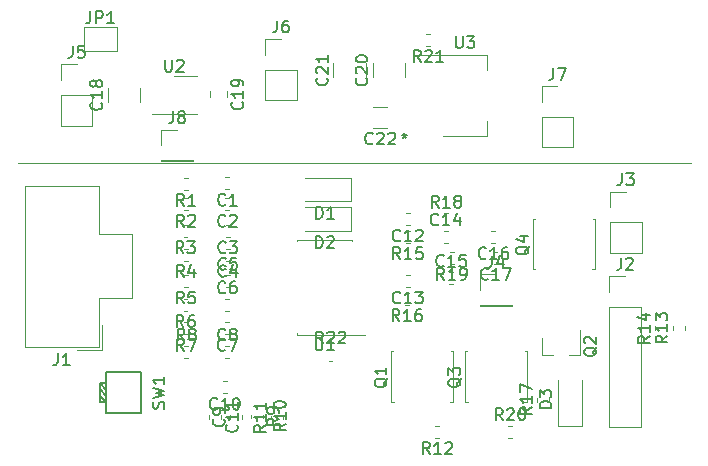
<source format=gto>
G04 #@! TF.GenerationSoftware,KiCad,Pcbnew,5.1.0-unknown-2bcf38d~82~ubuntu18.04.1*
G04 #@! TF.CreationDate,2019-04-22T09:47:57-06:00*
G04 #@! TF.ProjectId,batteryMonitor,62617474-6572-4794-9d6f-6e69746f722e,rev?*
G04 #@! TF.SameCoordinates,Original*
G04 #@! TF.FileFunction,Legend,Top*
G04 #@! TF.FilePolarity,Positive*
%FSLAX46Y46*%
G04 Gerber Fmt 4.6, Leading zero omitted, Abs format (unit mm)*
G04 Created by KiCad (PCBNEW 5.1.0-unknown-2bcf38d~82~ubuntu18.04.1) date 2019-04-22 09:47:57*
%MOMM*%
%LPD*%
G04 APERTURE LIST*
%ADD10C,0.150000*%
%ADD11C,0.120000*%
G04 APERTURE END LIST*
D10*
X123250000Y-67702380D02*
X123250000Y-67940476D01*
X123011904Y-67845238D02*
X123250000Y-67940476D01*
X123488095Y-67845238D01*
X123107142Y-68130952D02*
X123250000Y-67940476D01*
X123392857Y-68130952D01*
D11*
X90500000Y-70250000D02*
X147500000Y-70250000D01*
X94170000Y-61880000D02*
X95500000Y-61880000D01*
X94170000Y-63210000D02*
X94170000Y-61880000D01*
X94170000Y-64480000D02*
X96830000Y-64480000D01*
X96830000Y-64480000D02*
X96830000Y-67080000D01*
X94170000Y-64480000D02*
X94170000Y-67080000D01*
X94170000Y-67080000D02*
X96830000Y-67080000D01*
X100860000Y-65102064D02*
X100860000Y-63897936D01*
X98140000Y-65102064D02*
X98140000Y-63897936D01*
D10*
X97975000Y-90500000D02*
X97475000Y-90000000D01*
X97475000Y-89400000D02*
X97975000Y-90000000D01*
X97475000Y-88900000D02*
X97975000Y-89500000D01*
X97475000Y-90500000D02*
X97975000Y-90500000D01*
X97475000Y-88900000D02*
X97475000Y-90500000D01*
X97975000Y-88900000D02*
X97475000Y-88900000D01*
X97975000Y-87950000D02*
X97975000Y-91450000D01*
X97975000Y-87950000D02*
X100975000Y-87950000D01*
X100975000Y-91450000D02*
X97975000Y-91450000D01*
X100975000Y-87950000D02*
X100975000Y-91450000D01*
D11*
X116837221Y-87010000D02*
X117162779Y-87010000D01*
X116837221Y-85990000D02*
X117162779Y-85990000D01*
X125425279Y-59290000D02*
X125099721Y-59290000D01*
X125425279Y-60310000D02*
X125099721Y-60310000D01*
X118750000Y-73500000D02*
X114850000Y-73500000D01*
X118750000Y-71500000D02*
X114850000Y-71500000D01*
X118750000Y-73500000D02*
X118750000Y-71500000D01*
X108412779Y-74260000D02*
X108087221Y-74260000D01*
X108412779Y-73240000D02*
X108087221Y-73240000D01*
X124262500Y-61140000D02*
X130272500Y-61140000D01*
X126512500Y-67960000D02*
X130272500Y-67960000D01*
X130272500Y-61140000D02*
X130272500Y-62400000D01*
X130272500Y-67960000D02*
X130272500Y-66700000D01*
X121802064Y-65490000D02*
X120597936Y-65490000D01*
X121802064Y-67310000D02*
X120597936Y-67310000D01*
X119960000Y-63002064D02*
X119960000Y-61797936D01*
X117240000Y-63002064D02*
X117240000Y-61797936D01*
X123310000Y-63002064D02*
X123310000Y-61797936D01*
X120590000Y-63002064D02*
X120590000Y-61797936D01*
X102670000Y-67420000D02*
X104000000Y-67420000D01*
X102670000Y-68750000D02*
X102670000Y-67420000D01*
X102670000Y-70020000D02*
X105330000Y-70020000D01*
X105330000Y-70020000D02*
X105330000Y-70080000D01*
X102670000Y-70020000D02*
X102670000Y-70080000D01*
X102670000Y-70080000D02*
X105330000Y-70080000D01*
X97651920Y-86115800D02*
X97651920Y-83985800D01*
X95501920Y-86115800D02*
X97651920Y-86115800D01*
X100211920Y-76275800D02*
X100211920Y-78985800D01*
X97351920Y-76275800D02*
X100211920Y-76275800D01*
X97351920Y-72155800D02*
X97351920Y-76275800D01*
X91151920Y-72155800D02*
X97351920Y-72155800D01*
X91151920Y-78985800D02*
X91151920Y-72155800D01*
X100211920Y-81695800D02*
X100211920Y-78985800D01*
X97351920Y-81695800D02*
X100211920Y-81695800D01*
X97351920Y-85815800D02*
X97351920Y-81695800D01*
X91151920Y-85815800D02*
X97351920Y-85815800D01*
X91151920Y-78985800D02*
X91151920Y-85815800D01*
X101850000Y-66110000D02*
X105650000Y-66110000D01*
X103750000Y-62890000D02*
X105650000Y-62890000D01*
X96100000Y-58750000D02*
X98900000Y-58750000D01*
X98900000Y-58750000D02*
X98900000Y-60750000D01*
X98900000Y-60750000D02*
X96100000Y-60750000D01*
X96100000Y-60750000D02*
X96100000Y-58750000D01*
X134870000Y-63730000D02*
X136200000Y-63730000D01*
X134870000Y-65060000D02*
X134870000Y-63730000D01*
X134870000Y-66330000D02*
X137530000Y-66330000D01*
X137530000Y-66330000D02*
X137530000Y-68930000D01*
X134870000Y-66330000D02*
X134870000Y-68930000D01*
X134870000Y-68930000D02*
X137530000Y-68930000D01*
X111470000Y-59730000D02*
X112800000Y-59730000D01*
X111470000Y-61060000D02*
X111470000Y-59730000D01*
X111470000Y-62330000D02*
X114130000Y-62330000D01*
X114130000Y-62330000D02*
X114130000Y-64930000D01*
X111470000Y-62330000D02*
X111470000Y-64930000D01*
X111470000Y-64930000D02*
X114130000Y-64930000D01*
X108210000Y-64178922D02*
X108210000Y-64696078D01*
X106790000Y-64178922D02*
X106790000Y-64696078D01*
X118825000Y-76725000D02*
X114175000Y-76725000D01*
X119900000Y-84775000D02*
X114175000Y-84775000D01*
X118825000Y-76725000D02*
X118825000Y-76832500D01*
X114175000Y-76725000D02*
X114175000Y-76832500D01*
X114175000Y-84775000D02*
X114175000Y-84667500D01*
X132049721Y-93510000D02*
X132375279Y-93510000D01*
X132049721Y-92490000D02*
X132375279Y-92490000D01*
X127412779Y-77740000D02*
X127087221Y-77740000D01*
X127412779Y-78760000D02*
X127087221Y-78760000D01*
X126624721Y-75510000D02*
X126950279Y-75510000D01*
X126624721Y-74490000D02*
X126950279Y-74490000D01*
X135510000Y-90450279D02*
X135510000Y-90124721D01*
X134490000Y-90450279D02*
X134490000Y-90124721D01*
X123625279Y-81240000D02*
X123299721Y-81240000D01*
X123625279Y-82260000D02*
X123299721Y-82260000D01*
X123700279Y-75990000D02*
X123374721Y-75990000D01*
X123700279Y-77010000D02*
X123374721Y-77010000D01*
X144490000Y-84412779D02*
X144490000Y-84087221D01*
X145510000Y-84412779D02*
X145510000Y-84087221D01*
X145990000Y-84375279D02*
X145990000Y-84049721D01*
X147010000Y-84375279D02*
X147010000Y-84049721D01*
X126200279Y-92490000D02*
X125874721Y-92490000D01*
X126200279Y-93510000D02*
X125874721Y-93510000D01*
X113010000Y-91950279D02*
X113010000Y-91624721D01*
X111990000Y-91950279D02*
X111990000Y-91624721D01*
X110240000Y-91549721D02*
X110240000Y-91875279D01*
X111260000Y-91549721D02*
X111260000Y-91875279D01*
X104624721Y-85740000D02*
X104950279Y-85740000D01*
X104624721Y-86760000D02*
X104950279Y-86760000D01*
X104912779Y-84760000D02*
X104587221Y-84760000D01*
X104912779Y-83740000D02*
X104587221Y-83740000D01*
X104875279Y-82760000D02*
X104549721Y-82760000D01*
X104875279Y-81740000D02*
X104549721Y-81740000D01*
X104912779Y-80760000D02*
X104587221Y-80760000D01*
X104912779Y-79740000D02*
X104587221Y-79740000D01*
X104912779Y-78510000D02*
X104587221Y-78510000D01*
X104912779Y-77490000D02*
X104587221Y-77490000D01*
X104875279Y-76510000D02*
X104549721Y-76510000D01*
X104875279Y-75490000D02*
X104549721Y-75490000D01*
X104912779Y-74260000D02*
X104587221Y-74260000D01*
X104912779Y-73240000D02*
X104587221Y-73240000D01*
X104912779Y-72510000D02*
X104587221Y-72510000D01*
X104912779Y-71490000D02*
X104587221Y-71490000D01*
X139150000Y-79250000D02*
X139350000Y-79250000D01*
X139350000Y-79250000D02*
X139350000Y-74950000D01*
X139350000Y-74950000D02*
X139200000Y-74950000D01*
X134300000Y-74950000D02*
X134150000Y-74950000D01*
X134150000Y-74950000D02*
X134150000Y-79250000D01*
X134150000Y-79250000D02*
X134350000Y-79250000D01*
X133400000Y-90450000D02*
X133600000Y-90450000D01*
X133600000Y-90450000D02*
X133600000Y-86150000D01*
X133600000Y-86150000D02*
X133450000Y-86150000D01*
X128550000Y-86150000D02*
X128400000Y-86150000D01*
X128400000Y-86150000D02*
X128400000Y-90450000D01*
X128400000Y-90450000D02*
X128600000Y-90450000D01*
X134920000Y-86510000D02*
X134920000Y-85050000D01*
X138080000Y-86510000D02*
X138080000Y-84350000D01*
X138080000Y-86510000D02*
X137150000Y-86510000D01*
X134920000Y-86510000D02*
X135850000Y-86510000D01*
X127150000Y-90450000D02*
X127350000Y-90450000D01*
X127350000Y-90450000D02*
X127350000Y-86150000D01*
X127350000Y-86150000D02*
X127200000Y-86150000D01*
X122300000Y-86150000D02*
X122150000Y-86150000D01*
X122150000Y-86150000D02*
X122150000Y-90450000D01*
X122150000Y-90450000D02*
X122350000Y-90450000D01*
X129670000Y-79670000D02*
X131000000Y-79670000D01*
X129670000Y-81000000D02*
X129670000Y-79670000D01*
X129670000Y-82270000D02*
X132330000Y-82270000D01*
X132330000Y-82270000D02*
X132330000Y-82330000D01*
X129670000Y-82270000D02*
X129670000Y-82330000D01*
X129670000Y-82330000D02*
X132330000Y-82330000D01*
X140670000Y-77870000D02*
X143330000Y-77870000D01*
X140670000Y-75270000D02*
X140670000Y-77870000D01*
X143330000Y-75270000D02*
X143330000Y-77870000D01*
X140670000Y-75270000D02*
X143330000Y-75270000D01*
X140670000Y-74000000D02*
X140670000Y-72670000D01*
X140670000Y-72670000D02*
X142000000Y-72670000D01*
X140601080Y-92631880D02*
X143261080Y-92631880D01*
X140601080Y-82411880D02*
X140601080Y-92631880D01*
X143261080Y-82411880D02*
X143261080Y-92631880D01*
X140601080Y-82411880D02*
X143261080Y-82411880D01*
X140601080Y-81141880D02*
X140601080Y-79811880D01*
X140601080Y-79811880D02*
X141931080Y-79811880D01*
X136250000Y-92500000D02*
X136250000Y-88600000D01*
X138250000Y-92500000D02*
X138250000Y-88600000D01*
X136250000Y-92500000D02*
X138250000Y-92500000D01*
X118750000Y-76000000D02*
X114850000Y-76000000D01*
X118750000Y-74000000D02*
X114850000Y-74000000D01*
X118750000Y-76000000D02*
X118750000Y-74000000D01*
X131125279Y-77740000D02*
X130799721Y-77740000D01*
X131125279Y-78760000D02*
X130799721Y-78760000D01*
X130950279Y-75990000D02*
X130624721Y-75990000D01*
X130950279Y-77010000D02*
X130624721Y-77010000D01*
X127049721Y-80510000D02*
X127375279Y-80510000D01*
X127049721Y-79490000D02*
X127375279Y-79490000D01*
X126587221Y-77010000D02*
X126912779Y-77010000D01*
X126587221Y-75990000D02*
X126912779Y-75990000D01*
X123700279Y-79740000D02*
X123374721Y-79740000D01*
X123700279Y-80760000D02*
X123374721Y-80760000D01*
X123700279Y-74490000D02*
X123374721Y-74490000D01*
X123700279Y-75510000D02*
X123374721Y-75510000D01*
X106740000Y-91587221D02*
X106740000Y-91912779D01*
X107760000Y-91587221D02*
X107760000Y-91912779D01*
X108200279Y-89760000D02*
X107874721Y-89760000D01*
X108200279Y-88740000D02*
X107874721Y-88740000D01*
X109520780Y-91917539D02*
X109520780Y-91591981D01*
X108500780Y-91917539D02*
X108500780Y-91591981D01*
X108087221Y-85740000D02*
X108412779Y-85740000D01*
X108087221Y-86760000D02*
X108412779Y-86760000D01*
X108375279Y-84760000D02*
X108049721Y-84760000D01*
X108375279Y-83740000D02*
X108049721Y-83740000D01*
X108087221Y-81740000D02*
X108412779Y-81740000D01*
X108087221Y-82760000D02*
X108412779Y-82760000D01*
X108124721Y-79740000D02*
X108450279Y-79740000D01*
X108124721Y-80760000D02*
X108450279Y-80760000D01*
X108450279Y-78510000D02*
X108124721Y-78510000D01*
X108450279Y-77490000D02*
X108124721Y-77490000D01*
X108450279Y-76510000D02*
X108124721Y-76510000D01*
X108450279Y-75490000D02*
X108124721Y-75490000D01*
X108412779Y-72472500D02*
X108087221Y-72472500D01*
X108412779Y-71452500D02*
X108087221Y-71452500D01*
D10*
X95166666Y-60332380D02*
X95166666Y-61046666D01*
X95119047Y-61189523D01*
X95023809Y-61284761D01*
X94880952Y-61332380D01*
X94785714Y-61332380D01*
X96119047Y-60332380D02*
X95642857Y-60332380D01*
X95595238Y-60808571D01*
X95642857Y-60760952D01*
X95738095Y-60713333D01*
X95976190Y-60713333D01*
X96071428Y-60760952D01*
X96119047Y-60808571D01*
X96166666Y-60903809D01*
X96166666Y-61141904D01*
X96119047Y-61237142D01*
X96071428Y-61284761D01*
X95976190Y-61332380D01*
X95738095Y-61332380D01*
X95642857Y-61284761D01*
X95595238Y-61237142D01*
X97577142Y-65142857D02*
X97624761Y-65190476D01*
X97672380Y-65333333D01*
X97672380Y-65428571D01*
X97624761Y-65571428D01*
X97529523Y-65666666D01*
X97434285Y-65714285D01*
X97243809Y-65761904D01*
X97100952Y-65761904D01*
X96910476Y-65714285D01*
X96815238Y-65666666D01*
X96720000Y-65571428D01*
X96672380Y-65428571D01*
X96672380Y-65333333D01*
X96720000Y-65190476D01*
X96767619Y-65142857D01*
X97672380Y-64190476D02*
X97672380Y-64761904D01*
X97672380Y-64476190D02*
X96672380Y-64476190D01*
X96815238Y-64571428D01*
X96910476Y-64666666D01*
X96958095Y-64761904D01*
X97100952Y-63619047D02*
X97053333Y-63714285D01*
X97005714Y-63761904D01*
X96910476Y-63809523D01*
X96862857Y-63809523D01*
X96767619Y-63761904D01*
X96720000Y-63714285D01*
X96672380Y-63619047D01*
X96672380Y-63428571D01*
X96720000Y-63333333D01*
X96767619Y-63285714D01*
X96862857Y-63238095D01*
X96910476Y-63238095D01*
X97005714Y-63285714D01*
X97053333Y-63333333D01*
X97100952Y-63428571D01*
X97100952Y-63619047D01*
X97148571Y-63714285D01*
X97196190Y-63761904D01*
X97291428Y-63809523D01*
X97481904Y-63809523D01*
X97577142Y-63761904D01*
X97624761Y-63714285D01*
X97672380Y-63619047D01*
X97672380Y-63428571D01*
X97624761Y-63333333D01*
X97577142Y-63285714D01*
X97481904Y-63238095D01*
X97291428Y-63238095D01*
X97196190Y-63285714D01*
X97148571Y-63333333D01*
X97100952Y-63428571D01*
X102879761Y-91033333D02*
X102927380Y-90890476D01*
X102927380Y-90652380D01*
X102879761Y-90557142D01*
X102832142Y-90509523D01*
X102736904Y-90461904D01*
X102641666Y-90461904D01*
X102546428Y-90509523D01*
X102498809Y-90557142D01*
X102451190Y-90652380D01*
X102403571Y-90842857D01*
X102355952Y-90938095D01*
X102308333Y-90985714D01*
X102213095Y-91033333D01*
X102117857Y-91033333D01*
X102022619Y-90985714D01*
X101975000Y-90938095D01*
X101927380Y-90842857D01*
X101927380Y-90604761D01*
X101975000Y-90461904D01*
X101927380Y-90128571D02*
X102927380Y-89890476D01*
X102213095Y-89700000D01*
X102927380Y-89509523D01*
X101927380Y-89271428D01*
X102927380Y-88366666D02*
X102927380Y-88938095D01*
X102927380Y-88652380D02*
X101927380Y-88652380D01*
X102070238Y-88747619D01*
X102165476Y-88842857D01*
X102213095Y-88938095D01*
X116357142Y-85522380D02*
X116023809Y-85046190D01*
X115785714Y-85522380D02*
X115785714Y-84522380D01*
X116166666Y-84522380D01*
X116261904Y-84570000D01*
X116309523Y-84617619D01*
X116357142Y-84712857D01*
X116357142Y-84855714D01*
X116309523Y-84950952D01*
X116261904Y-84998571D01*
X116166666Y-85046190D01*
X115785714Y-85046190D01*
X116738095Y-84617619D02*
X116785714Y-84570000D01*
X116880952Y-84522380D01*
X117119047Y-84522380D01*
X117214285Y-84570000D01*
X117261904Y-84617619D01*
X117309523Y-84712857D01*
X117309523Y-84808095D01*
X117261904Y-84950952D01*
X116690476Y-85522380D01*
X117309523Y-85522380D01*
X117690476Y-84617619D02*
X117738095Y-84570000D01*
X117833333Y-84522380D01*
X118071428Y-84522380D01*
X118166666Y-84570000D01*
X118214285Y-84617619D01*
X118261904Y-84712857D01*
X118261904Y-84808095D01*
X118214285Y-84950952D01*
X117642857Y-85522380D01*
X118261904Y-85522380D01*
X124619642Y-61682380D02*
X124286309Y-61206190D01*
X124048214Y-61682380D02*
X124048214Y-60682380D01*
X124429166Y-60682380D01*
X124524404Y-60730000D01*
X124572023Y-60777619D01*
X124619642Y-60872857D01*
X124619642Y-61015714D01*
X124572023Y-61110952D01*
X124524404Y-61158571D01*
X124429166Y-61206190D01*
X124048214Y-61206190D01*
X125000595Y-60777619D02*
X125048214Y-60730000D01*
X125143452Y-60682380D01*
X125381547Y-60682380D01*
X125476785Y-60730000D01*
X125524404Y-60777619D01*
X125572023Y-60872857D01*
X125572023Y-60968095D01*
X125524404Y-61110952D01*
X124952976Y-61682380D01*
X125572023Y-61682380D01*
X126524404Y-61682380D02*
X125952976Y-61682380D01*
X126238690Y-61682380D02*
X126238690Y-60682380D01*
X126143452Y-60825238D01*
X126048214Y-60920476D01*
X125952976Y-60968095D01*
X115761904Y-74952380D02*
X115761904Y-73952380D01*
X116000000Y-73952380D01*
X116142857Y-74000000D01*
X116238095Y-74095238D01*
X116285714Y-74190476D01*
X116333333Y-74380952D01*
X116333333Y-74523809D01*
X116285714Y-74714285D01*
X116238095Y-74809523D01*
X116142857Y-74904761D01*
X116000000Y-74952380D01*
X115761904Y-74952380D01*
X117285714Y-74952380D02*
X116714285Y-74952380D01*
X117000000Y-74952380D02*
X117000000Y-73952380D01*
X116904761Y-74095238D01*
X116809523Y-74190476D01*
X116714285Y-74238095D01*
X108083333Y-75537142D02*
X108035714Y-75584761D01*
X107892857Y-75632380D01*
X107797619Y-75632380D01*
X107654761Y-75584761D01*
X107559523Y-75489523D01*
X107511904Y-75394285D01*
X107464285Y-75203809D01*
X107464285Y-75060952D01*
X107511904Y-74870476D01*
X107559523Y-74775238D01*
X107654761Y-74680000D01*
X107797619Y-74632380D01*
X107892857Y-74632380D01*
X108035714Y-74680000D01*
X108083333Y-74727619D01*
X108464285Y-74727619D02*
X108511904Y-74680000D01*
X108607142Y-74632380D01*
X108845238Y-74632380D01*
X108940476Y-74680000D01*
X108988095Y-74727619D01*
X109035714Y-74822857D01*
X109035714Y-74918095D01*
X108988095Y-75060952D01*
X108416666Y-75632380D01*
X109035714Y-75632380D01*
X127600595Y-59502380D02*
X127600595Y-60311904D01*
X127648214Y-60407142D01*
X127695833Y-60454761D01*
X127791071Y-60502380D01*
X127981547Y-60502380D01*
X128076785Y-60454761D01*
X128124404Y-60407142D01*
X128172023Y-60311904D01*
X128172023Y-59502380D01*
X128552976Y-59502380D02*
X129172023Y-59502380D01*
X128838690Y-59883333D01*
X128981547Y-59883333D01*
X129076785Y-59930952D01*
X129124404Y-59978571D01*
X129172023Y-60073809D01*
X129172023Y-60311904D01*
X129124404Y-60407142D01*
X129076785Y-60454761D01*
X128981547Y-60502380D01*
X128695833Y-60502380D01*
X128600595Y-60454761D01*
X128552976Y-60407142D01*
X120557142Y-68577142D02*
X120509523Y-68624761D01*
X120366666Y-68672380D01*
X120271428Y-68672380D01*
X120128571Y-68624761D01*
X120033333Y-68529523D01*
X119985714Y-68434285D01*
X119938095Y-68243809D01*
X119938095Y-68100952D01*
X119985714Y-67910476D01*
X120033333Y-67815238D01*
X120128571Y-67720000D01*
X120271428Y-67672380D01*
X120366666Y-67672380D01*
X120509523Y-67720000D01*
X120557142Y-67767619D01*
X120938095Y-67767619D02*
X120985714Y-67720000D01*
X121080952Y-67672380D01*
X121319047Y-67672380D01*
X121414285Y-67720000D01*
X121461904Y-67767619D01*
X121509523Y-67862857D01*
X121509523Y-67958095D01*
X121461904Y-68100952D01*
X120890476Y-68672380D01*
X121509523Y-68672380D01*
X121890476Y-67767619D02*
X121938095Y-67720000D01*
X122033333Y-67672380D01*
X122271428Y-67672380D01*
X122366666Y-67720000D01*
X122414285Y-67767619D01*
X122461904Y-67862857D01*
X122461904Y-67958095D01*
X122414285Y-68100952D01*
X121842857Y-68672380D01*
X122461904Y-68672380D01*
X116677142Y-63042857D02*
X116724761Y-63090476D01*
X116772380Y-63233333D01*
X116772380Y-63328571D01*
X116724761Y-63471428D01*
X116629523Y-63566666D01*
X116534285Y-63614285D01*
X116343809Y-63661904D01*
X116200952Y-63661904D01*
X116010476Y-63614285D01*
X115915238Y-63566666D01*
X115820000Y-63471428D01*
X115772380Y-63328571D01*
X115772380Y-63233333D01*
X115820000Y-63090476D01*
X115867619Y-63042857D01*
X115867619Y-62661904D02*
X115820000Y-62614285D01*
X115772380Y-62519047D01*
X115772380Y-62280952D01*
X115820000Y-62185714D01*
X115867619Y-62138095D01*
X115962857Y-62090476D01*
X116058095Y-62090476D01*
X116200952Y-62138095D01*
X116772380Y-62709523D01*
X116772380Y-62090476D01*
X116772380Y-61138095D02*
X116772380Y-61709523D01*
X116772380Y-61423809D02*
X115772380Y-61423809D01*
X115915238Y-61519047D01*
X116010476Y-61614285D01*
X116058095Y-61709523D01*
X120027142Y-63042857D02*
X120074761Y-63090476D01*
X120122380Y-63233333D01*
X120122380Y-63328571D01*
X120074761Y-63471428D01*
X119979523Y-63566666D01*
X119884285Y-63614285D01*
X119693809Y-63661904D01*
X119550952Y-63661904D01*
X119360476Y-63614285D01*
X119265238Y-63566666D01*
X119170000Y-63471428D01*
X119122380Y-63328571D01*
X119122380Y-63233333D01*
X119170000Y-63090476D01*
X119217619Y-63042857D01*
X119217619Y-62661904D02*
X119170000Y-62614285D01*
X119122380Y-62519047D01*
X119122380Y-62280952D01*
X119170000Y-62185714D01*
X119217619Y-62138095D01*
X119312857Y-62090476D01*
X119408095Y-62090476D01*
X119550952Y-62138095D01*
X120122380Y-62709523D01*
X120122380Y-62090476D01*
X119122380Y-61471428D02*
X119122380Y-61376190D01*
X119170000Y-61280952D01*
X119217619Y-61233333D01*
X119312857Y-61185714D01*
X119503333Y-61138095D01*
X119741428Y-61138095D01*
X119931904Y-61185714D01*
X120027142Y-61233333D01*
X120074761Y-61280952D01*
X120122380Y-61376190D01*
X120122380Y-61471428D01*
X120074761Y-61566666D01*
X120027142Y-61614285D01*
X119931904Y-61661904D01*
X119741428Y-61709523D01*
X119503333Y-61709523D01*
X119312857Y-61661904D01*
X119217619Y-61614285D01*
X119170000Y-61566666D01*
X119122380Y-61471428D01*
X103666666Y-65872380D02*
X103666666Y-66586666D01*
X103619047Y-66729523D01*
X103523809Y-66824761D01*
X103380952Y-66872380D01*
X103285714Y-66872380D01*
X104285714Y-66300952D02*
X104190476Y-66253333D01*
X104142857Y-66205714D01*
X104095238Y-66110476D01*
X104095238Y-66062857D01*
X104142857Y-65967619D01*
X104190476Y-65920000D01*
X104285714Y-65872380D01*
X104476190Y-65872380D01*
X104571428Y-65920000D01*
X104619047Y-65967619D01*
X104666666Y-66062857D01*
X104666666Y-66110476D01*
X104619047Y-66205714D01*
X104571428Y-66253333D01*
X104476190Y-66300952D01*
X104285714Y-66300952D01*
X104190476Y-66348571D01*
X104142857Y-66396190D01*
X104095238Y-66491428D01*
X104095238Y-66681904D01*
X104142857Y-66777142D01*
X104190476Y-66824761D01*
X104285714Y-66872380D01*
X104476190Y-66872380D01*
X104571428Y-66824761D01*
X104619047Y-66777142D01*
X104666666Y-66681904D01*
X104666666Y-66491428D01*
X104619047Y-66396190D01*
X104571428Y-66348571D01*
X104476190Y-66300952D01*
X93918586Y-86358180D02*
X93918586Y-87072466D01*
X93870967Y-87215323D01*
X93775729Y-87310561D01*
X93632872Y-87358180D01*
X93537634Y-87358180D01*
X94918586Y-87358180D02*
X94347158Y-87358180D01*
X94632872Y-87358180D02*
X94632872Y-86358180D01*
X94537634Y-86501038D01*
X94442396Y-86596276D01*
X94347158Y-86643895D01*
X102988095Y-61502380D02*
X102988095Y-62311904D01*
X103035714Y-62407142D01*
X103083333Y-62454761D01*
X103178571Y-62502380D01*
X103369047Y-62502380D01*
X103464285Y-62454761D01*
X103511904Y-62407142D01*
X103559523Y-62311904D01*
X103559523Y-61502380D01*
X103988095Y-61597619D02*
X104035714Y-61550000D01*
X104130952Y-61502380D01*
X104369047Y-61502380D01*
X104464285Y-61550000D01*
X104511904Y-61597619D01*
X104559523Y-61692857D01*
X104559523Y-61788095D01*
X104511904Y-61930952D01*
X103940476Y-62502380D01*
X104559523Y-62502380D01*
X96666666Y-57402380D02*
X96666666Y-58116666D01*
X96619047Y-58259523D01*
X96523809Y-58354761D01*
X96380952Y-58402380D01*
X96285714Y-58402380D01*
X97142857Y-58402380D02*
X97142857Y-57402380D01*
X97523809Y-57402380D01*
X97619047Y-57450000D01*
X97666666Y-57497619D01*
X97714285Y-57592857D01*
X97714285Y-57735714D01*
X97666666Y-57830952D01*
X97619047Y-57878571D01*
X97523809Y-57926190D01*
X97142857Y-57926190D01*
X98666666Y-58402380D02*
X98095238Y-58402380D01*
X98380952Y-58402380D02*
X98380952Y-57402380D01*
X98285714Y-57545238D01*
X98190476Y-57640476D01*
X98095238Y-57688095D01*
X135866666Y-62182380D02*
X135866666Y-62896666D01*
X135819047Y-63039523D01*
X135723809Y-63134761D01*
X135580952Y-63182380D01*
X135485714Y-63182380D01*
X136247619Y-62182380D02*
X136914285Y-62182380D01*
X136485714Y-63182380D01*
X112466666Y-58182380D02*
X112466666Y-58896666D01*
X112419047Y-59039523D01*
X112323809Y-59134761D01*
X112180952Y-59182380D01*
X112085714Y-59182380D01*
X113371428Y-58182380D02*
X113180952Y-58182380D01*
X113085714Y-58230000D01*
X113038095Y-58277619D01*
X112942857Y-58420476D01*
X112895238Y-58610952D01*
X112895238Y-58991904D01*
X112942857Y-59087142D01*
X112990476Y-59134761D01*
X113085714Y-59182380D01*
X113276190Y-59182380D01*
X113371428Y-59134761D01*
X113419047Y-59087142D01*
X113466666Y-58991904D01*
X113466666Y-58753809D01*
X113419047Y-58658571D01*
X113371428Y-58610952D01*
X113276190Y-58563333D01*
X113085714Y-58563333D01*
X112990476Y-58610952D01*
X112942857Y-58658571D01*
X112895238Y-58753809D01*
X109507142Y-65080357D02*
X109554761Y-65127976D01*
X109602380Y-65270833D01*
X109602380Y-65366071D01*
X109554761Y-65508928D01*
X109459523Y-65604166D01*
X109364285Y-65651785D01*
X109173809Y-65699404D01*
X109030952Y-65699404D01*
X108840476Y-65651785D01*
X108745238Y-65604166D01*
X108650000Y-65508928D01*
X108602380Y-65366071D01*
X108602380Y-65270833D01*
X108650000Y-65127976D01*
X108697619Y-65080357D01*
X109602380Y-64127976D02*
X109602380Y-64699404D01*
X109602380Y-64413690D02*
X108602380Y-64413690D01*
X108745238Y-64508928D01*
X108840476Y-64604166D01*
X108888095Y-64699404D01*
X109602380Y-63651785D02*
X109602380Y-63461309D01*
X109554761Y-63366071D01*
X109507142Y-63318452D01*
X109364285Y-63223214D01*
X109173809Y-63175595D01*
X108792857Y-63175595D01*
X108697619Y-63223214D01*
X108650000Y-63270833D01*
X108602380Y-63366071D01*
X108602380Y-63556547D01*
X108650000Y-63651785D01*
X108697619Y-63699404D01*
X108792857Y-63747023D01*
X109030952Y-63747023D01*
X109126190Y-63699404D01*
X109173809Y-63651785D01*
X109221428Y-63556547D01*
X109221428Y-63366071D01*
X109173809Y-63270833D01*
X109126190Y-63223214D01*
X109030952Y-63175595D01*
X113202380Y-92301137D02*
X112726190Y-92634470D01*
X113202380Y-92872565D02*
X112202380Y-92872565D01*
X112202380Y-92491613D01*
X112250000Y-92396375D01*
X112297619Y-92348756D01*
X112392857Y-92301137D01*
X112535714Y-92301137D01*
X112630952Y-92348756D01*
X112678571Y-92396375D01*
X112726190Y-92491613D01*
X112726190Y-92872565D01*
X113202380Y-91348756D02*
X113202380Y-91920184D01*
X113202380Y-91634470D02*
X112202380Y-91634470D01*
X112345238Y-91729708D01*
X112440476Y-91824946D01*
X112488095Y-91920184D01*
X112202380Y-90729708D02*
X112202380Y-90634470D01*
X112250000Y-90539232D01*
X112297619Y-90491613D01*
X112392857Y-90443994D01*
X112583333Y-90396375D01*
X112821428Y-90396375D01*
X113011904Y-90443994D01*
X113107142Y-90491613D01*
X113154761Y-90539232D01*
X113202380Y-90634470D01*
X113202380Y-90729708D01*
X113154761Y-90824946D01*
X113107142Y-90872565D01*
X113011904Y-90920184D01*
X112821428Y-90967803D01*
X112583333Y-90967803D01*
X112392857Y-90920184D01*
X112297619Y-90872565D01*
X112250000Y-90824946D01*
X112202380Y-90729708D01*
X115738095Y-85102380D02*
X115738095Y-85911904D01*
X115785714Y-86007142D01*
X115833333Y-86054761D01*
X115928571Y-86102380D01*
X116119047Y-86102380D01*
X116214285Y-86054761D01*
X116261904Y-86007142D01*
X116309523Y-85911904D01*
X116309523Y-85102380D01*
X117309523Y-86102380D02*
X116738095Y-86102380D01*
X117023809Y-86102380D02*
X117023809Y-85102380D01*
X116928571Y-85245238D01*
X116833333Y-85340476D01*
X116738095Y-85388095D01*
X131569642Y-92022380D02*
X131236309Y-91546190D01*
X130998214Y-92022380D02*
X130998214Y-91022380D01*
X131379166Y-91022380D01*
X131474404Y-91070000D01*
X131522023Y-91117619D01*
X131569642Y-91212857D01*
X131569642Y-91355714D01*
X131522023Y-91450952D01*
X131474404Y-91498571D01*
X131379166Y-91546190D01*
X130998214Y-91546190D01*
X131950595Y-91117619D02*
X131998214Y-91070000D01*
X132093452Y-91022380D01*
X132331547Y-91022380D01*
X132426785Y-91070000D01*
X132474404Y-91117619D01*
X132522023Y-91212857D01*
X132522023Y-91308095D01*
X132474404Y-91450952D01*
X131902976Y-92022380D01*
X132522023Y-92022380D01*
X133141071Y-91022380D02*
X133236309Y-91022380D01*
X133331547Y-91070000D01*
X133379166Y-91117619D01*
X133426785Y-91212857D01*
X133474404Y-91403333D01*
X133474404Y-91641428D01*
X133426785Y-91831904D01*
X133379166Y-91927142D01*
X133331547Y-91974761D01*
X133236309Y-92022380D01*
X133141071Y-92022380D01*
X133045833Y-91974761D01*
X132998214Y-91927142D01*
X132950595Y-91831904D01*
X132902976Y-91641428D01*
X132902976Y-91403333D01*
X132950595Y-91212857D01*
X132998214Y-91117619D01*
X133045833Y-91070000D01*
X133141071Y-91022380D01*
X126607142Y-80132380D02*
X126273809Y-79656190D01*
X126035714Y-80132380D02*
X126035714Y-79132380D01*
X126416666Y-79132380D01*
X126511904Y-79180000D01*
X126559523Y-79227619D01*
X126607142Y-79322857D01*
X126607142Y-79465714D01*
X126559523Y-79560952D01*
X126511904Y-79608571D01*
X126416666Y-79656190D01*
X126035714Y-79656190D01*
X127559523Y-80132380D02*
X126988095Y-80132380D01*
X127273809Y-80132380D02*
X127273809Y-79132380D01*
X127178571Y-79275238D01*
X127083333Y-79370476D01*
X126988095Y-79418095D01*
X128035714Y-80132380D02*
X128226190Y-80132380D01*
X128321428Y-80084761D01*
X128369047Y-80037142D01*
X128464285Y-79894285D01*
X128511904Y-79703809D01*
X128511904Y-79322857D01*
X128464285Y-79227619D01*
X128416666Y-79180000D01*
X128321428Y-79132380D01*
X128130952Y-79132380D01*
X128035714Y-79180000D01*
X127988095Y-79227619D01*
X127940476Y-79322857D01*
X127940476Y-79560952D01*
X127988095Y-79656190D01*
X128035714Y-79703809D01*
X128130952Y-79751428D01*
X128321428Y-79751428D01*
X128416666Y-79703809D01*
X128464285Y-79656190D01*
X128511904Y-79560952D01*
X126144642Y-74022380D02*
X125811309Y-73546190D01*
X125573214Y-74022380D02*
X125573214Y-73022380D01*
X125954166Y-73022380D01*
X126049404Y-73070000D01*
X126097023Y-73117619D01*
X126144642Y-73212857D01*
X126144642Y-73355714D01*
X126097023Y-73450952D01*
X126049404Y-73498571D01*
X125954166Y-73546190D01*
X125573214Y-73546190D01*
X127097023Y-74022380D02*
X126525595Y-74022380D01*
X126811309Y-74022380D02*
X126811309Y-73022380D01*
X126716071Y-73165238D01*
X126620833Y-73260476D01*
X126525595Y-73308095D01*
X127668452Y-73450952D02*
X127573214Y-73403333D01*
X127525595Y-73355714D01*
X127477976Y-73260476D01*
X127477976Y-73212857D01*
X127525595Y-73117619D01*
X127573214Y-73070000D01*
X127668452Y-73022380D01*
X127858928Y-73022380D01*
X127954166Y-73070000D01*
X128001785Y-73117619D01*
X128049404Y-73212857D01*
X128049404Y-73260476D01*
X128001785Y-73355714D01*
X127954166Y-73403333D01*
X127858928Y-73450952D01*
X127668452Y-73450952D01*
X127573214Y-73498571D01*
X127525595Y-73546190D01*
X127477976Y-73641428D01*
X127477976Y-73831904D01*
X127525595Y-73927142D01*
X127573214Y-73974761D01*
X127668452Y-74022380D01*
X127858928Y-74022380D01*
X127954166Y-73974761D01*
X128001785Y-73927142D01*
X128049404Y-73831904D01*
X128049404Y-73641428D01*
X128001785Y-73546190D01*
X127954166Y-73498571D01*
X127858928Y-73450952D01*
X134022380Y-90930357D02*
X133546190Y-91263690D01*
X134022380Y-91501785D02*
X133022380Y-91501785D01*
X133022380Y-91120833D01*
X133070000Y-91025595D01*
X133117619Y-90977976D01*
X133212857Y-90930357D01*
X133355714Y-90930357D01*
X133450952Y-90977976D01*
X133498571Y-91025595D01*
X133546190Y-91120833D01*
X133546190Y-91501785D01*
X134022380Y-89977976D02*
X134022380Y-90549404D01*
X134022380Y-90263690D02*
X133022380Y-90263690D01*
X133165238Y-90358928D01*
X133260476Y-90454166D01*
X133308095Y-90549404D01*
X133022380Y-89644642D02*
X133022380Y-88977976D01*
X134022380Y-89406547D01*
X122819642Y-83632380D02*
X122486309Y-83156190D01*
X122248214Y-83632380D02*
X122248214Y-82632380D01*
X122629166Y-82632380D01*
X122724404Y-82680000D01*
X122772023Y-82727619D01*
X122819642Y-82822857D01*
X122819642Y-82965714D01*
X122772023Y-83060952D01*
X122724404Y-83108571D01*
X122629166Y-83156190D01*
X122248214Y-83156190D01*
X123772023Y-83632380D02*
X123200595Y-83632380D01*
X123486309Y-83632380D02*
X123486309Y-82632380D01*
X123391071Y-82775238D01*
X123295833Y-82870476D01*
X123200595Y-82918095D01*
X124629166Y-82632380D02*
X124438690Y-82632380D01*
X124343452Y-82680000D01*
X124295833Y-82727619D01*
X124200595Y-82870476D01*
X124152976Y-83060952D01*
X124152976Y-83441904D01*
X124200595Y-83537142D01*
X124248214Y-83584761D01*
X124343452Y-83632380D01*
X124533928Y-83632380D01*
X124629166Y-83584761D01*
X124676785Y-83537142D01*
X124724404Y-83441904D01*
X124724404Y-83203809D01*
X124676785Y-83108571D01*
X124629166Y-83060952D01*
X124533928Y-83013333D01*
X124343452Y-83013333D01*
X124248214Y-83060952D01*
X124200595Y-83108571D01*
X124152976Y-83203809D01*
X122894642Y-78382380D02*
X122561309Y-77906190D01*
X122323214Y-78382380D02*
X122323214Y-77382380D01*
X122704166Y-77382380D01*
X122799404Y-77430000D01*
X122847023Y-77477619D01*
X122894642Y-77572857D01*
X122894642Y-77715714D01*
X122847023Y-77810952D01*
X122799404Y-77858571D01*
X122704166Y-77906190D01*
X122323214Y-77906190D01*
X123847023Y-78382380D02*
X123275595Y-78382380D01*
X123561309Y-78382380D02*
X123561309Y-77382380D01*
X123466071Y-77525238D01*
X123370833Y-77620476D01*
X123275595Y-77668095D01*
X124751785Y-77382380D02*
X124275595Y-77382380D01*
X124227976Y-77858571D01*
X124275595Y-77810952D01*
X124370833Y-77763333D01*
X124608928Y-77763333D01*
X124704166Y-77810952D01*
X124751785Y-77858571D01*
X124799404Y-77953809D01*
X124799404Y-78191904D01*
X124751785Y-78287142D01*
X124704166Y-78334761D01*
X124608928Y-78382380D01*
X124370833Y-78382380D01*
X124275595Y-78334761D01*
X124227976Y-78287142D01*
X144022380Y-84892857D02*
X143546190Y-85226190D01*
X144022380Y-85464285D02*
X143022380Y-85464285D01*
X143022380Y-85083333D01*
X143070000Y-84988095D01*
X143117619Y-84940476D01*
X143212857Y-84892857D01*
X143355714Y-84892857D01*
X143450952Y-84940476D01*
X143498571Y-84988095D01*
X143546190Y-85083333D01*
X143546190Y-85464285D01*
X144022380Y-83940476D02*
X144022380Y-84511904D01*
X144022380Y-84226190D02*
X143022380Y-84226190D01*
X143165238Y-84321428D01*
X143260476Y-84416666D01*
X143308095Y-84511904D01*
X143355714Y-83083333D02*
X144022380Y-83083333D01*
X142974761Y-83321428D02*
X143689047Y-83559523D01*
X143689047Y-82940476D01*
X145522380Y-84855357D02*
X145046190Y-85188690D01*
X145522380Y-85426785D02*
X144522380Y-85426785D01*
X144522380Y-85045833D01*
X144570000Y-84950595D01*
X144617619Y-84902976D01*
X144712857Y-84855357D01*
X144855714Y-84855357D01*
X144950952Y-84902976D01*
X144998571Y-84950595D01*
X145046190Y-85045833D01*
X145046190Y-85426785D01*
X145522380Y-83902976D02*
X145522380Y-84474404D01*
X145522380Y-84188690D02*
X144522380Y-84188690D01*
X144665238Y-84283928D01*
X144760476Y-84379166D01*
X144808095Y-84474404D01*
X144522380Y-83569642D02*
X144522380Y-82950595D01*
X144903333Y-83283928D01*
X144903333Y-83141071D01*
X144950952Y-83045833D01*
X144998571Y-82998214D01*
X145093809Y-82950595D01*
X145331904Y-82950595D01*
X145427142Y-82998214D01*
X145474761Y-83045833D01*
X145522380Y-83141071D01*
X145522380Y-83426785D01*
X145474761Y-83522023D01*
X145427142Y-83569642D01*
X125394642Y-94882380D02*
X125061309Y-94406190D01*
X124823214Y-94882380D02*
X124823214Y-93882380D01*
X125204166Y-93882380D01*
X125299404Y-93930000D01*
X125347023Y-93977619D01*
X125394642Y-94072857D01*
X125394642Y-94215714D01*
X125347023Y-94310952D01*
X125299404Y-94358571D01*
X125204166Y-94406190D01*
X124823214Y-94406190D01*
X126347023Y-94882380D02*
X125775595Y-94882380D01*
X126061309Y-94882380D02*
X126061309Y-93882380D01*
X125966071Y-94025238D01*
X125870833Y-94120476D01*
X125775595Y-94168095D01*
X126727976Y-93977619D02*
X126775595Y-93930000D01*
X126870833Y-93882380D01*
X127108928Y-93882380D01*
X127204166Y-93930000D01*
X127251785Y-93977619D01*
X127299404Y-94072857D01*
X127299404Y-94168095D01*
X127251785Y-94310952D01*
X126680357Y-94882380D01*
X127299404Y-94882380D01*
X111522380Y-92430357D02*
X111046190Y-92763690D01*
X111522380Y-93001785D02*
X110522380Y-93001785D01*
X110522380Y-92620833D01*
X110570000Y-92525595D01*
X110617619Y-92477976D01*
X110712857Y-92430357D01*
X110855714Y-92430357D01*
X110950952Y-92477976D01*
X110998571Y-92525595D01*
X111046190Y-92620833D01*
X111046190Y-93001785D01*
X111522380Y-91477976D02*
X111522380Y-92049404D01*
X111522380Y-91763690D02*
X110522380Y-91763690D01*
X110665238Y-91858928D01*
X110760476Y-91954166D01*
X110808095Y-92049404D01*
X111522380Y-90525595D02*
X111522380Y-91097023D01*
X111522380Y-90811309D02*
X110522380Y-90811309D01*
X110665238Y-90906547D01*
X110760476Y-91001785D01*
X110808095Y-91097023D01*
X112632380Y-91879166D02*
X112156190Y-92212500D01*
X112632380Y-92450595D02*
X111632380Y-92450595D01*
X111632380Y-92069642D01*
X111680000Y-91974404D01*
X111727619Y-91926785D01*
X111822857Y-91879166D01*
X111965714Y-91879166D01*
X112060952Y-91926785D01*
X112108571Y-91974404D01*
X112156190Y-92069642D01*
X112156190Y-92450595D01*
X112632380Y-91402976D02*
X112632380Y-91212500D01*
X112584761Y-91117261D01*
X112537142Y-91069642D01*
X112394285Y-90974404D01*
X112203809Y-90926785D01*
X111822857Y-90926785D01*
X111727619Y-90974404D01*
X111680000Y-91022023D01*
X111632380Y-91117261D01*
X111632380Y-91307738D01*
X111680000Y-91402976D01*
X111727619Y-91450595D01*
X111822857Y-91498214D01*
X112060952Y-91498214D01*
X112156190Y-91450595D01*
X112203809Y-91402976D01*
X112251428Y-91307738D01*
X112251428Y-91117261D01*
X112203809Y-91022023D01*
X112156190Y-90974404D01*
X112060952Y-90926785D01*
X104620833Y-85272380D02*
X104287500Y-84796190D01*
X104049404Y-85272380D02*
X104049404Y-84272380D01*
X104430357Y-84272380D01*
X104525595Y-84320000D01*
X104573214Y-84367619D01*
X104620833Y-84462857D01*
X104620833Y-84605714D01*
X104573214Y-84700952D01*
X104525595Y-84748571D01*
X104430357Y-84796190D01*
X104049404Y-84796190D01*
X105192261Y-84700952D02*
X105097023Y-84653333D01*
X105049404Y-84605714D01*
X105001785Y-84510476D01*
X105001785Y-84462857D01*
X105049404Y-84367619D01*
X105097023Y-84320000D01*
X105192261Y-84272380D01*
X105382738Y-84272380D01*
X105477976Y-84320000D01*
X105525595Y-84367619D01*
X105573214Y-84462857D01*
X105573214Y-84510476D01*
X105525595Y-84605714D01*
X105477976Y-84653333D01*
X105382738Y-84700952D01*
X105192261Y-84700952D01*
X105097023Y-84748571D01*
X105049404Y-84796190D01*
X105001785Y-84891428D01*
X105001785Y-85081904D01*
X105049404Y-85177142D01*
X105097023Y-85224761D01*
X105192261Y-85272380D01*
X105382738Y-85272380D01*
X105477976Y-85224761D01*
X105525595Y-85177142D01*
X105573214Y-85081904D01*
X105573214Y-84891428D01*
X105525595Y-84796190D01*
X105477976Y-84748571D01*
X105382738Y-84700952D01*
X104583333Y-86132380D02*
X104250000Y-85656190D01*
X104011904Y-86132380D02*
X104011904Y-85132380D01*
X104392857Y-85132380D01*
X104488095Y-85180000D01*
X104535714Y-85227619D01*
X104583333Y-85322857D01*
X104583333Y-85465714D01*
X104535714Y-85560952D01*
X104488095Y-85608571D01*
X104392857Y-85656190D01*
X104011904Y-85656190D01*
X104916666Y-85132380D02*
X105583333Y-85132380D01*
X105154761Y-86132380D01*
X104545833Y-84132380D02*
X104212500Y-83656190D01*
X103974404Y-84132380D02*
X103974404Y-83132380D01*
X104355357Y-83132380D01*
X104450595Y-83180000D01*
X104498214Y-83227619D01*
X104545833Y-83322857D01*
X104545833Y-83465714D01*
X104498214Y-83560952D01*
X104450595Y-83608571D01*
X104355357Y-83656190D01*
X103974404Y-83656190D01*
X105402976Y-83132380D02*
X105212500Y-83132380D01*
X105117261Y-83180000D01*
X105069642Y-83227619D01*
X104974404Y-83370476D01*
X104926785Y-83560952D01*
X104926785Y-83941904D01*
X104974404Y-84037142D01*
X105022023Y-84084761D01*
X105117261Y-84132380D01*
X105307738Y-84132380D01*
X105402976Y-84084761D01*
X105450595Y-84037142D01*
X105498214Y-83941904D01*
X105498214Y-83703809D01*
X105450595Y-83608571D01*
X105402976Y-83560952D01*
X105307738Y-83513333D01*
X105117261Y-83513333D01*
X105022023Y-83560952D01*
X104974404Y-83608571D01*
X104926785Y-83703809D01*
X104583333Y-82132380D02*
X104250000Y-81656190D01*
X104011904Y-82132380D02*
X104011904Y-81132380D01*
X104392857Y-81132380D01*
X104488095Y-81180000D01*
X104535714Y-81227619D01*
X104583333Y-81322857D01*
X104583333Y-81465714D01*
X104535714Y-81560952D01*
X104488095Y-81608571D01*
X104392857Y-81656190D01*
X104011904Y-81656190D01*
X105488095Y-81132380D02*
X105011904Y-81132380D01*
X104964285Y-81608571D01*
X105011904Y-81560952D01*
X105107142Y-81513333D01*
X105345238Y-81513333D01*
X105440476Y-81560952D01*
X105488095Y-81608571D01*
X105535714Y-81703809D01*
X105535714Y-81941904D01*
X105488095Y-82037142D01*
X105440476Y-82084761D01*
X105345238Y-82132380D01*
X105107142Y-82132380D01*
X105011904Y-82084761D01*
X104964285Y-82037142D01*
X104583333Y-79882380D02*
X104250000Y-79406190D01*
X104011904Y-79882380D02*
X104011904Y-78882380D01*
X104392857Y-78882380D01*
X104488095Y-78930000D01*
X104535714Y-78977619D01*
X104583333Y-79072857D01*
X104583333Y-79215714D01*
X104535714Y-79310952D01*
X104488095Y-79358571D01*
X104392857Y-79406190D01*
X104011904Y-79406190D01*
X105440476Y-79215714D02*
X105440476Y-79882380D01*
X105202380Y-78834761D02*
X104964285Y-79549047D01*
X105583333Y-79549047D01*
X104545833Y-77882380D02*
X104212500Y-77406190D01*
X103974404Y-77882380D02*
X103974404Y-76882380D01*
X104355357Y-76882380D01*
X104450595Y-76930000D01*
X104498214Y-76977619D01*
X104545833Y-77072857D01*
X104545833Y-77215714D01*
X104498214Y-77310952D01*
X104450595Y-77358571D01*
X104355357Y-77406190D01*
X103974404Y-77406190D01*
X104879166Y-76882380D02*
X105498214Y-76882380D01*
X105164880Y-77263333D01*
X105307738Y-77263333D01*
X105402976Y-77310952D01*
X105450595Y-77358571D01*
X105498214Y-77453809D01*
X105498214Y-77691904D01*
X105450595Y-77787142D01*
X105402976Y-77834761D01*
X105307738Y-77882380D01*
X105022023Y-77882380D01*
X104926785Y-77834761D01*
X104879166Y-77787142D01*
X104583333Y-75632380D02*
X104250000Y-75156190D01*
X104011904Y-75632380D02*
X104011904Y-74632380D01*
X104392857Y-74632380D01*
X104488095Y-74680000D01*
X104535714Y-74727619D01*
X104583333Y-74822857D01*
X104583333Y-74965714D01*
X104535714Y-75060952D01*
X104488095Y-75108571D01*
X104392857Y-75156190D01*
X104011904Y-75156190D01*
X104964285Y-74727619D02*
X105011904Y-74680000D01*
X105107142Y-74632380D01*
X105345238Y-74632380D01*
X105440476Y-74680000D01*
X105488095Y-74727619D01*
X105535714Y-74822857D01*
X105535714Y-74918095D01*
X105488095Y-75060952D01*
X104916666Y-75632380D01*
X105535714Y-75632380D01*
X104583333Y-73882380D02*
X104250000Y-73406190D01*
X104011904Y-73882380D02*
X104011904Y-72882380D01*
X104392857Y-72882380D01*
X104488095Y-72930000D01*
X104535714Y-72977619D01*
X104583333Y-73072857D01*
X104583333Y-73215714D01*
X104535714Y-73310952D01*
X104488095Y-73358571D01*
X104392857Y-73406190D01*
X104011904Y-73406190D01*
X105535714Y-73882380D02*
X104964285Y-73882380D01*
X105250000Y-73882380D02*
X105250000Y-72882380D01*
X105154761Y-73025238D01*
X105059523Y-73120476D01*
X104964285Y-73168095D01*
X133817619Y-77275238D02*
X133770000Y-77370476D01*
X133674761Y-77465714D01*
X133531904Y-77608571D01*
X133484285Y-77703809D01*
X133484285Y-77799047D01*
X133722380Y-77751428D02*
X133674761Y-77846666D01*
X133579523Y-77941904D01*
X133389047Y-77989523D01*
X133055714Y-77989523D01*
X132865238Y-77941904D01*
X132770000Y-77846666D01*
X132722380Y-77751428D01*
X132722380Y-77560952D01*
X132770000Y-77465714D01*
X132865238Y-77370476D01*
X133055714Y-77322857D01*
X133389047Y-77322857D01*
X133579523Y-77370476D01*
X133674761Y-77465714D01*
X133722380Y-77560952D01*
X133722380Y-77751428D01*
X133055714Y-76465714D02*
X133722380Y-76465714D01*
X132674761Y-76703809D02*
X133389047Y-76941904D01*
X133389047Y-76322857D01*
X128067619Y-88475238D02*
X128020000Y-88570476D01*
X127924761Y-88665714D01*
X127781904Y-88808571D01*
X127734285Y-88903809D01*
X127734285Y-88999047D01*
X127972380Y-88951428D02*
X127924761Y-89046666D01*
X127829523Y-89141904D01*
X127639047Y-89189523D01*
X127305714Y-89189523D01*
X127115238Y-89141904D01*
X127020000Y-89046666D01*
X126972380Y-88951428D01*
X126972380Y-88760952D01*
X127020000Y-88665714D01*
X127115238Y-88570476D01*
X127305714Y-88522857D01*
X127639047Y-88522857D01*
X127829523Y-88570476D01*
X127924761Y-88665714D01*
X127972380Y-88760952D01*
X127972380Y-88951428D01*
X126972380Y-88189523D02*
X126972380Y-87570476D01*
X127353333Y-87903809D01*
X127353333Y-87760952D01*
X127400952Y-87665714D01*
X127448571Y-87618095D01*
X127543809Y-87570476D01*
X127781904Y-87570476D01*
X127877142Y-87618095D01*
X127924761Y-87665714D01*
X127972380Y-87760952D01*
X127972380Y-88046666D01*
X127924761Y-88141904D01*
X127877142Y-88189523D01*
X139547619Y-85845238D02*
X139500000Y-85940476D01*
X139404761Y-86035714D01*
X139261904Y-86178571D01*
X139214285Y-86273809D01*
X139214285Y-86369047D01*
X139452380Y-86321428D02*
X139404761Y-86416666D01*
X139309523Y-86511904D01*
X139119047Y-86559523D01*
X138785714Y-86559523D01*
X138595238Y-86511904D01*
X138500000Y-86416666D01*
X138452380Y-86321428D01*
X138452380Y-86130952D01*
X138500000Y-86035714D01*
X138595238Y-85940476D01*
X138785714Y-85892857D01*
X139119047Y-85892857D01*
X139309523Y-85940476D01*
X139404761Y-86035714D01*
X139452380Y-86130952D01*
X139452380Y-86321428D01*
X138547619Y-85511904D02*
X138500000Y-85464285D01*
X138452380Y-85369047D01*
X138452380Y-85130952D01*
X138500000Y-85035714D01*
X138547619Y-84988095D01*
X138642857Y-84940476D01*
X138738095Y-84940476D01*
X138880952Y-84988095D01*
X139452380Y-85559523D01*
X139452380Y-84940476D01*
X121817619Y-88475238D02*
X121770000Y-88570476D01*
X121674761Y-88665714D01*
X121531904Y-88808571D01*
X121484285Y-88903809D01*
X121484285Y-88999047D01*
X121722380Y-88951428D02*
X121674761Y-89046666D01*
X121579523Y-89141904D01*
X121389047Y-89189523D01*
X121055714Y-89189523D01*
X120865238Y-89141904D01*
X120770000Y-89046666D01*
X120722380Y-88951428D01*
X120722380Y-88760952D01*
X120770000Y-88665714D01*
X120865238Y-88570476D01*
X121055714Y-88522857D01*
X121389047Y-88522857D01*
X121579523Y-88570476D01*
X121674761Y-88665714D01*
X121722380Y-88760952D01*
X121722380Y-88951428D01*
X121722380Y-87570476D02*
X121722380Y-88141904D01*
X121722380Y-87856190D02*
X120722380Y-87856190D01*
X120865238Y-87951428D01*
X120960476Y-88046666D01*
X121008095Y-88141904D01*
X130666666Y-78122380D02*
X130666666Y-78836666D01*
X130619047Y-78979523D01*
X130523809Y-79074761D01*
X130380952Y-79122380D01*
X130285714Y-79122380D01*
X131571428Y-78455714D02*
X131571428Y-79122380D01*
X131333333Y-78074761D02*
X131095238Y-78789047D01*
X131714285Y-78789047D01*
X141666666Y-71122380D02*
X141666666Y-71836666D01*
X141619047Y-71979523D01*
X141523809Y-72074761D01*
X141380952Y-72122380D01*
X141285714Y-72122380D01*
X142047619Y-71122380D02*
X142666666Y-71122380D01*
X142333333Y-71503333D01*
X142476190Y-71503333D01*
X142571428Y-71550952D01*
X142619047Y-71598571D01*
X142666666Y-71693809D01*
X142666666Y-71931904D01*
X142619047Y-72027142D01*
X142571428Y-72074761D01*
X142476190Y-72122380D01*
X142190476Y-72122380D01*
X142095238Y-72074761D01*
X142047619Y-72027142D01*
X141597746Y-78264260D02*
X141597746Y-78978546D01*
X141550127Y-79121403D01*
X141454889Y-79216641D01*
X141312032Y-79264260D01*
X141216794Y-79264260D01*
X142026318Y-78359499D02*
X142073937Y-78311880D01*
X142169175Y-78264260D01*
X142407270Y-78264260D01*
X142502508Y-78311880D01*
X142550127Y-78359499D01*
X142597746Y-78454737D01*
X142597746Y-78549975D01*
X142550127Y-78692832D01*
X141978699Y-79264260D01*
X142597746Y-79264260D01*
X135702380Y-90988095D02*
X134702380Y-90988095D01*
X134702380Y-90750000D01*
X134750000Y-90607142D01*
X134845238Y-90511904D01*
X134940476Y-90464285D01*
X135130952Y-90416666D01*
X135273809Y-90416666D01*
X135464285Y-90464285D01*
X135559523Y-90511904D01*
X135654761Y-90607142D01*
X135702380Y-90750000D01*
X135702380Y-90988095D01*
X134702380Y-90083333D02*
X134702380Y-89464285D01*
X135083333Y-89797619D01*
X135083333Y-89654761D01*
X135130952Y-89559523D01*
X135178571Y-89511904D01*
X135273809Y-89464285D01*
X135511904Y-89464285D01*
X135607142Y-89511904D01*
X135654761Y-89559523D01*
X135702380Y-89654761D01*
X135702380Y-89940476D01*
X135654761Y-90035714D01*
X135607142Y-90083333D01*
X115761904Y-77452380D02*
X115761904Y-76452380D01*
X116000000Y-76452380D01*
X116142857Y-76500000D01*
X116238095Y-76595238D01*
X116285714Y-76690476D01*
X116333333Y-76880952D01*
X116333333Y-77023809D01*
X116285714Y-77214285D01*
X116238095Y-77309523D01*
X116142857Y-77404761D01*
X116000000Y-77452380D01*
X115761904Y-77452380D01*
X116714285Y-76547619D02*
X116761904Y-76500000D01*
X116857142Y-76452380D01*
X117095238Y-76452380D01*
X117190476Y-76500000D01*
X117238095Y-76547619D01*
X117285714Y-76642857D01*
X117285714Y-76738095D01*
X117238095Y-76880952D01*
X116666666Y-77452380D01*
X117285714Y-77452380D01*
X130319642Y-80037142D02*
X130272023Y-80084761D01*
X130129166Y-80132380D01*
X130033928Y-80132380D01*
X129891071Y-80084761D01*
X129795833Y-79989523D01*
X129748214Y-79894285D01*
X129700595Y-79703809D01*
X129700595Y-79560952D01*
X129748214Y-79370476D01*
X129795833Y-79275238D01*
X129891071Y-79180000D01*
X130033928Y-79132380D01*
X130129166Y-79132380D01*
X130272023Y-79180000D01*
X130319642Y-79227619D01*
X131272023Y-80132380D02*
X130700595Y-80132380D01*
X130986309Y-80132380D02*
X130986309Y-79132380D01*
X130891071Y-79275238D01*
X130795833Y-79370476D01*
X130700595Y-79418095D01*
X131605357Y-79132380D02*
X132272023Y-79132380D01*
X131843452Y-80132380D01*
X130144642Y-78287142D02*
X130097023Y-78334761D01*
X129954166Y-78382380D01*
X129858928Y-78382380D01*
X129716071Y-78334761D01*
X129620833Y-78239523D01*
X129573214Y-78144285D01*
X129525595Y-77953809D01*
X129525595Y-77810952D01*
X129573214Y-77620476D01*
X129620833Y-77525238D01*
X129716071Y-77430000D01*
X129858928Y-77382380D01*
X129954166Y-77382380D01*
X130097023Y-77430000D01*
X130144642Y-77477619D01*
X131097023Y-78382380D02*
X130525595Y-78382380D01*
X130811309Y-78382380D02*
X130811309Y-77382380D01*
X130716071Y-77525238D01*
X130620833Y-77620476D01*
X130525595Y-77668095D01*
X131954166Y-77382380D02*
X131763690Y-77382380D01*
X131668452Y-77430000D01*
X131620833Y-77477619D01*
X131525595Y-77620476D01*
X131477976Y-77810952D01*
X131477976Y-78191904D01*
X131525595Y-78287142D01*
X131573214Y-78334761D01*
X131668452Y-78382380D01*
X131858928Y-78382380D01*
X131954166Y-78334761D01*
X132001785Y-78287142D01*
X132049404Y-78191904D01*
X132049404Y-77953809D01*
X132001785Y-77858571D01*
X131954166Y-77810952D01*
X131858928Y-77763333D01*
X131668452Y-77763333D01*
X131573214Y-77810952D01*
X131525595Y-77858571D01*
X131477976Y-77953809D01*
X126569642Y-78927142D02*
X126522023Y-78974761D01*
X126379166Y-79022380D01*
X126283928Y-79022380D01*
X126141071Y-78974761D01*
X126045833Y-78879523D01*
X125998214Y-78784285D01*
X125950595Y-78593809D01*
X125950595Y-78450952D01*
X125998214Y-78260476D01*
X126045833Y-78165238D01*
X126141071Y-78070000D01*
X126283928Y-78022380D01*
X126379166Y-78022380D01*
X126522023Y-78070000D01*
X126569642Y-78117619D01*
X127522023Y-79022380D02*
X126950595Y-79022380D01*
X127236309Y-79022380D02*
X127236309Y-78022380D01*
X127141071Y-78165238D01*
X127045833Y-78260476D01*
X126950595Y-78308095D01*
X128426785Y-78022380D02*
X127950595Y-78022380D01*
X127902976Y-78498571D01*
X127950595Y-78450952D01*
X128045833Y-78403333D01*
X128283928Y-78403333D01*
X128379166Y-78450952D01*
X128426785Y-78498571D01*
X128474404Y-78593809D01*
X128474404Y-78831904D01*
X128426785Y-78927142D01*
X128379166Y-78974761D01*
X128283928Y-79022380D01*
X128045833Y-79022380D01*
X127950595Y-78974761D01*
X127902976Y-78927142D01*
X126107142Y-75427142D02*
X126059523Y-75474761D01*
X125916666Y-75522380D01*
X125821428Y-75522380D01*
X125678571Y-75474761D01*
X125583333Y-75379523D01*
X125535714Y-75284285D01*
X125488095Y-75093809D01*
X125488095Y-74950952D01*
X125535714Y-74760476D01*
X125583333Y-74665238D01*
X125678571Y-74570000D01*
X125821428Y-74522380D01*
X125916666Y-74522380D01*
X126059523Y-74570000D01*
X126107142Y-74617619D01*
X127059523Y-75522380D02*
X126488095Y-75522380D01*
X126773809Y-75522380D02*
X126773809Y-74522380D01*
X126678571Y-74665238D01*
X126583333Y-74760476D01*
X126488095Y-74808095D01*
X127916666Y-74855714D02*
X127916666Y-75522380D01*
X127678571Y-74474761D02*
X127440476Y-75189047D01*
X128059523Y-75189047D01*
X122894642Y-82037142D02*
X122847023Y-82084761D01*
X122704166Y-82132380D01*
X122608928Y-82132380D01*
X122466071Y-82084761D01*
X122370833Y-81989523D01*
X122323214Y-81894285D01*
X122275595Y-81703809D01*
X122275595Y-81560952D01*
X122323214Y-81370476D01*
X122370833Y-81275238D01*
X122466071Y-81180000D01*
X122608928Y-81132380D01*
X122704166Y-81132380D01*
X122847023Y-81180000D01*
X122894642Y-81227619D01*
X123847023Y-82132380D02*
X123275595Y-82132380D01*
X123561309Y-82132380D02*
X123561309Y-81132380D01*
X123466071Y-81275238D01*
X123370833Y-81370476D01*
X123275595Y-81418095D01*
X124180357Y-81132380D02*
X124799404Y-81132380D01*
X124466071Y-81513333D01*
X124608928Y-81513333D01*
X124704166Y-81560952D01*
X124751785Y-81608571D01*
X124799404Y-81703809D01*
X124799404Y-81941904D01*
X124751785Y-82037142D01*
X124704166Y-82084761D01*
X124608928Y-82132380D01*
X124323214Y-82132380D01*
X124227976Y-82084761D01*
X124180357Y-82037142D01*
X122894642Y-76787142D02*
X122847023Y-76834761D01*
X122704166Y-76882380D01*
X122608928Y-76882380D01*
X122466071Y-76834761D01*
X122370833Y-76739523D01*
X122323214Y-76644285D01*
X122275595Y-76453809D01*
X122275595Y-76310952D01*
X122323214Y-76120476D01*
X122370833Y-76025238D01*
X122466071Y-75930000D01*
X122608928Y-75882380D01*
X122704166Y-75882380D01*
X122847023Y-75930000D01*
X122894642Y-75977619D01*
X123847023Y-76882380D02*
X123275595Y-76882380D01*
X123561309Y-76882380D02*
X123561309Y-75882380D01*
X123466071Y-76025238D01*
X123370833Y-76120476D01*
X123275595Y-76168095D01*
X124227976Y-75977619D02*
X124275595Y-75930000D01*
X124370833Y-75882380D01*
X124608928Y-75882380D01*
X124704166Y-75930000D01*
X124751785Y-75977619D01*
X124799404Y-76072857D01*
X124799404Y-76168095D01*
X124751785Y-76310952D01*
X124180357Y-76882380D01*
X124799404Y-76882380D01*
X109037142Y-92392857D02*
X109084761Y-92440476D01*
X109132380Y-92583333D01*
X109132380Y-92678571D01*
X109084761Y-92821428D01*
X108989523Y-92916666D01*
X108894285Y-92964285D01*
X108703809Y-93011904D01*
X108560952Y-93011904D01*
X108370476Y-92964285D01*
X108275238Y-92916666D01*
X108180000Y-92821428D01*
X108132380Y-92678571D01*
X108132380Y-92583333D01*
X108180000Y-92440476D01*
X108227619Y-92392857D01*
X109132380Y-91440476D02*
X109132380Y-92011904D01*
X109132380Y-91726190D02*
X108132380Y-91726190D01*
X108275238Y-91821428D01*
X108370476Y-91916666D01*
X108418095Y-92011904D01*
X109132380Y-90488095D02*
X109132380Y-91059523D01*
X109132380Y-90773809D02*
X108132380Y-90773809D01*
X108275238Y-90869047D01*
X108370476Y-90964285D01*
X108418095Y-91059523D01*
X107394642Y-91037142D02*
X107347023Y-91084761D01*
X107204166Y-91132380D01*
X107108928Y-91132380D01*
X106966071Y-91084761D01*
X106870833Y-90989523D01*
X106823214Y-90894285D01*
X106775595Y-90703809D01*
X106775595Y-90560952D01*
X106823214Y-90370476D01*
X106870833Y-90275238D01*
X106966071Y-90180000D01*
X107108928Y-90132380D01*
X107204166Y-90132380D01*
X107347023Y-90180000D01*
X107394642Y-90227619D01*
X108347023Y-91132380D02*
X107775595Y-91132380D01*
X108061309Y-91132380D02*
X108061309Y-90132380D01*
X107966071Y-90275238D01*
X107870833Y-90370476D01*
X107775595Y-90418095D01*
X108966071Y-90132380D02*
X109061309Y-90132380D01*
X109156547Y-90180000D01*
X109204166Y-90227619D01*
X109251785Y-90322857D01*
X109299404Y-90513333D01*
X109299404Y-90751428D01*
X109251785Y-90941904D01*
X109204166Y-91037142D01*
X109156547Y-91084761D01*
X109061309Y-91132380D01*
X108966071Y-91132380D01*
X108870833Y-91084761D01*
X108823214Y-91037142D01*
X108775595Y-90941904D01*
X108727976Y-90751428D01*
X108727976Y-90513333D01*
X108775595Y-90322857D01*
X108823214Y-90227619D01*
X108870833Y-90180000D01*
X108966071Y-90132380D01*
X107937922Y-91921426D02*
X107985541Y-91969045D01*
X108033160Y-92111902D01*
X108033160Y-92207140D01*
X107985541Y-92349998D01*
X107890303Y-92445236D01*
X107795065Y-92492855D01*
X107604589Y-92540474D01*
X107461732Y-92540474D01*
X107271256Y-92492855D01*
X107176018Y-92445236D01*
X107080780Y-92349998D01*
X107033160Y-92207140D01*
X107033160Y-92111902D01*
X107080780Y-91969045D01*
X107128399Y-91921426D01*
X108033160Y-91445236D02*
X108033160Y-91254760D01*
X107985541Y-91159521D01*
X107937922Y-91111902D01*
X107795065Y-91016664D01*
X107604589Y-90969045D01*
X107223637Y-90969045D01*
X107128399Y-91016664D01*
X107080780Y-91064283D01*
X107033160Y-91159521D01*
X107033160Y-91349998D01*
X107080780Y-91445236D01*
X107128399Y-91492855D01*
X107223637Y-91540474D01*
X107461732Y-91540474D01*
X107556970Y-91492855D01*
X107604589Y-91445236D01*
X107652208Y-91349998D01*
X107652208Y-91159521D01*
X107604589Y-91064283D01*
X107556970Y-91016664D01*
X107461732Y-90969045D01*
X108083333Y-85177142D02*
X108035714Y-85224761D01*
X107892857Y-85272380D01*
X107797619Y-85272380D01*
X107654761Y-85224761D01*
X107559523Y-85129523D01*
X107511904Y-85034285D01*
X107464285Y-84843809D01*
X107464285Y-84700952D01*
X107511904Y-84510476D01*
X107559523Y-84415238D01*
X107654761Y-84320000D01*
X107797619Y-84272380D01*
X107892857Y-84272380D01*
X108035714Y-84320000D01*
X108083333Y-84367619D01*
X108654761Y-84700952D02*
X108559523Y-84653333D01*
X108511904Y-84605714D01*
X108464285Y-84510476D01*
X108464285Y-84462857D01*
X108511904Y-84367619D01*
X108559523Y-84320000D01*
X108654761Y-84272380D01*
X108845238Y-84272380D01*
X108940476Y-84320000D01*
X108988095Y-84367619D01*
X109035714Y-84462857D01*
X109035714Y-84510476D01*
X108988095Y-84605714D01*
X108940476Y-84653333D01*
X108845238Y-84700952D01*
X108654761Y-84700952D01*
X108559523Y-84748571D01*
X108511904Y-84796190D01*
X108464285Y-84891428D01*
X108464285Y-85081904D01*
X108511904Y-85177142D01*
X108559523Y-85224761D01*
X108654761Y-85272380D01*
X108845238Y-85272380D01*
X108940476Y-85224761D01*
X108988095Y-85177142D01*
X109035714Y-85081904D01*
X109035714Y-84891428D01*
X108988095Y-84796190D01*
X108940476Y-84748571D01*
X108845238Y-84700952D01*
X108045833Y-86037142D02*
X107998214Y-86084761D01*
X107855357Y-86132380D01*
X107760119Y-86132380D01*
X107617261Y-86084761D01*
X107522023Y-85989523D01*
X107474404Y-85894285D01*
X107426785Y-85703809D01*
X107426785Y-85560952D01*
X107474404Y-85370476D01*
X107522023Y-85275238D01*
X107617261Y-85180000D01*
X107760119Y-85132380D01*
X107855357Y-85132380D01*
X107998214Y-85180000D01*
X108045833Y-85227619D01*
X108379166Y-85132380D02*
X109045833Y-85132380D01*
X108617261Y-86132380D01*
X108083333Y-81177142D02*
X108035714Y-81224761D01*
X107892857Y-81272380D01*
X107797619Y-81272380D01*
X107654761Y-81224761D01*
X107559523Y-81129523D01*
X107511904Y-81034285D01*
X107464285Y-80843809D01*
X107464285Y-80700952D01*
X107511904Y-80510476D01*
X107559523Y-80415238D01*
X107654761Y-80320000D01*
X107797619Y-80272380D01*
X107892857Y-80272380D01*
X108035714Y-80320000D01*
X108083333Y-80367619D01*
X108940476Y-80272380D02*
X108750000Y-80272380D01*
X108654761Y-80320000D01*
X108607142Y-80367619D01*
X108511904Y-80510476D01*
X108464285Y-80700952D01*
X108464285Y-81081904D01*
X108511904Y-81177142D01*
X108559523Y-81224761D01*
X108654761Y-81272380D01*
X108845238Y-81272380D01*
X108940476Y-81224761D01*
X108988095Y-81177142D01*
X109035714Y-81081904D01*
X109035714Y-80843809D01*
X108988095Y-80748571D01*
X108940476Y-80700952D01*
X108845238Y-80653333D01*
X108654761Y-80653333D01*
X108559523Y-80700952D01*
X108511904Y-80748571D01*
X108464285Y-80843809D01*
X108120833Y-79177142D02*
X108073214Y-79224761D01*
X107930357Y-79272380D01*
X107835119Y-79272380D01*
X107692261Y-79224761D01*
X107597023Y-79129523D01*
X107549404Y-79034285D01*
X107501785Y-78843809D01*
X107501785Y-78700952D01*
X107549404Y-78510476D01*
X107597023Y-78415238D01*
X107692261Y-78320000D01*
X107835119Y-78272380D01*
X107930357Y-78272380D01*
X108073214Y-78320000D01*
X108120833Y-78367619D01*
X109025595Y-78272380D02*
X108549404Y-78272380D01*
X108501785Y-78748571D01*
X108549404Y-78700952D01*
X108644642Y-78653333D01*
X108882738Y-78653333D01*
X108977976Y-78700952D01*
X109025595Y-78748571D01*
X109073214Y-78843809D01*
X109073214Y-79081904D01*
X109025595Y-79177142D01*
X108977976Y-79224761D01*
X108882738Y-79272380D01*
X108644642Y-79272380D01*
X108549404Y-79224761D01*
X108501785Y-79177142D01*
X108120833Y-79787142D02*
X108073214Y-79834761D01*
X107930357Y-79882380D01*
X107835119Y-79882380D01*
X107692261Y-79834761D01*
X107597023Y-79739523D01*
X107549404Y-79644285D01*
X107501785Y-79453809D01*
X107501785Y-79310952D01*
X107549404Y-79120476D01*
X107597023Y-79025238D01*
X107692261Y-78930000D01*
X107835119Y-78882380D01*
X107930357Y-78882380D01*
X108073214Y-78930000D01*
X108120833Y-78977619D01*
X108977976Y-79215714D02*
X108977976Y-79882380D01*
X108739880Y-78834761D02*
X108501785Y-79549047D01*
X109120833Y-79549047D01*
X108120833Y-77787142D02*
X108073214Y-77834761D01*
X107930357Y-77882380D01*
X107835119Y-77882380D01*
X107692261Y-77834761D01*
X107597023Y-77739523D01*
X107549404Y-77644285D01*
X107501785Y-77453809D01*
X107501785Y-77310952D01*
X107549404Y-77120476D01*
X107597023Y-77025238D01*
X107692261Y-76930000D01*
X107835119Y-76882380D01*
X107930357Y-76882380D01*
X108073214Y-76930000D01*
X108120833Y-76977619D01*
X108454166Y-76882380D02*
X109073214Y-76882380D01*
X108739880Y-77263333D01*
X108882738Y-77263333D01*
X108977976Y-77310952D01*
X109025595Y-77358571D01*
X109073214Y-77453809D01*
X109073214Y-77691904D01*
X109025595Y-77787142D01*
X108977976Y-77834761D01*
X108882738Y-77882380D01*
X108597023Y-77882380D01*
X108501785Y-77834761D01*
X108454166Y-77787142D01*
X108083333Y-73749642D02*
X108035714Y-73797261D01*
X107892857Y-73844880D01*
X107797619Y-73844880D01*
X107654761Y-73797261D01*
X107559523Y-73702023D01*
X107511904Y-73606785D01*
X107464285Y-73416309D01*
X107464285Y-73273452D01*
X107511904Y-73082976D01*
X107559523Y-72987738D01*
X107654761Y-72892500D01*
X107797619Y-72844880D01*
X107892857Y-72844880D01*
X108035714Y-72892500D01*
X108083333Y-72940119D01*
X109035714Y-73844880D02*
X108464285Y-73844880D01*
X108750000Y-73844880D02*
X108750000Y-72844880D01*
X108654761Y-72987738D01*
X108559523Y-73082976D01*
X108464285Y-73130595D01*
M02*

</source>
